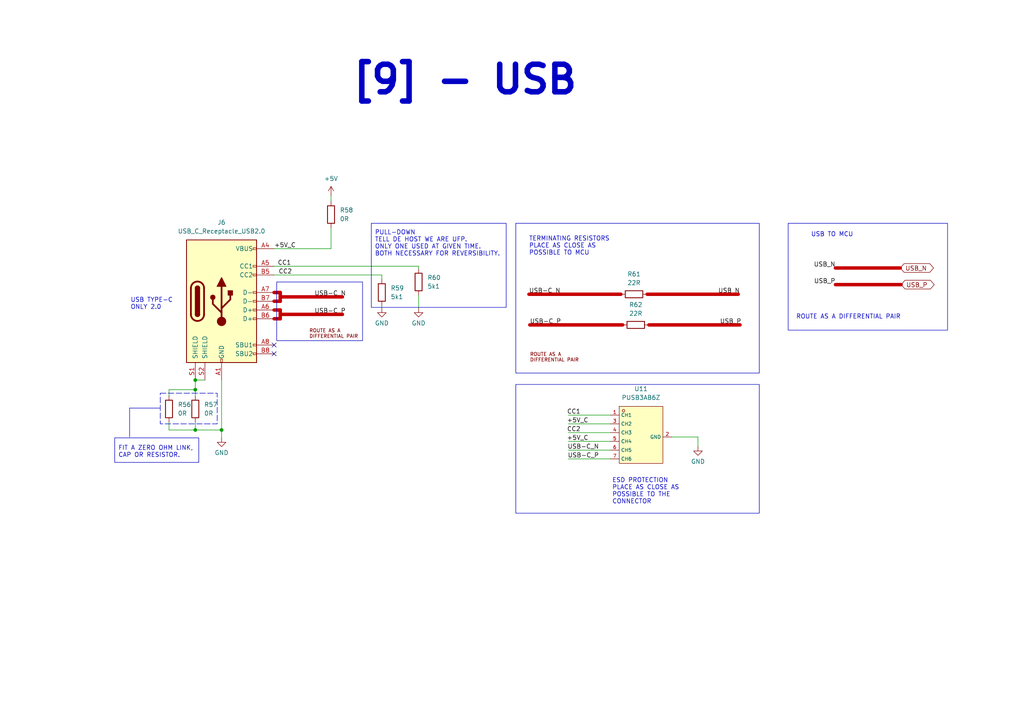
<source format=kicad_sch>
(kicad_sch (version 20230121) (generator eeschema)
  (paper "A4")
  (title_block (title "DF_ESC_rev01_1") (date "2024-01-14") (rev "rev01_1") (company "Ivan Mendez IMA Design") (comment 3 "i.mendezalon@hotmail.com") (comment 4 "Ivan Mendez"))
  (lib_symbols
    (symbol "DF_ESC_Symbol_Library_Casa:PUSB3AB6Z"
      (property "Reference" "U" (at 0 1.27 0))
      (property "Value" "PUSB3AB6Z" (at 0 -2.54 0))
      (symbol "PUSB3AB6Z_0_0"
        (rectangle (start -6.35 -6.35) (end 6.35 -22.86) (fill (type background)))
        (circle (center -5.08 -7.62) (radius 0.381) (fill (type background)))
        (pin unspecified line (at -8.89 -8.89 0) (length 2.54) (name "CH1") (number "1"))
        (pin unspecified line (at 8.89 -15.24 180) (length 2.54) (name "GND") (number "2"))
        (pin unspecified line (at -8.89 -11.43 0) (length 2.54) (name "CH2") (number "3"))
        (pin unspecified line (at -8.89 -13.97 0) (length 2.54) (name "CH3") (number "4"))
        (pin unspecified line (at -8.89 -16.51 0) (length 2.54) (name "CH4") (number "5"))
        (pin unspecified line (at -8.89 -19.05 0) (length 2.54) (name "CH5") (number "6"))
        (pin unspecified line (at -8.89 -21.59 0) (length 2.54) (name "CH6") (number "7"))
      )
    )
    (symbol "DF_ESC_Symbol_Library_Casa:USB_C_Receptacle_USB2.0" (pin_names (offset 1.016))
      (property "Reference" "J" (at -10.16 19.05 0))
      (property "Value" "USB_C_Receptacle_USB2.0" (at 19.05 19.05 0))
      (symbol "USB_C_Receptacle_USB2.0_0_0"
        (rectangle (start -0.254 -17.78) (end 0.254 -16.764))
        (rectangle (start 10.16 -14.986) (end 9.144 -15.494))
        (rectangle (start 10.16 -12.446) (end 9.144 -12.954))
        (rectangle (start 10.16 -4.826) (end 9.144 -5.334))
        (rectangle (start 10.16 -2.286) (end 9.144 -2.794))
        (rectangle (start 10.16 0.254) (end 9.144 -0.254))
        (rectangle (start 10.16 2.794) (end 9.144 2.286))
        (rectangle (start 10.16 7.874) (end 9.144 7.366))
        (rectangle (start 10.16 10.414) (end 9.144 9.906))
        (rectangle (start 10.16 15.494) (end 9.144 14.986))
      )
      (symbol "USB_C_Receptacle_USB2.0_0_1"
        (rectangle (start -10.16 17.78) (end 10.16 -17.78) (stroke (width 0.254)) (fill (type background)))
        (arc (start -8.89 -3.81) (mid -6.985 -5.7067) (end -5.08 -3.81) (stroke (width 0.508)))
        (arc (start -7.62 -3.81) (mid -6.985 -4.4423) (end -6.35 -3.81) (stroke (width 0.254)))
        (arc (start -7.62 -3.81) (mid -6.985 -4.4423) (end -6.35 -3.81) (stroke (width 0.254)) (fill (type outline)))
        (rectangle (start -7.62 -3.81) (end -6.35 3.81) (stroke (width 0.254)) (fill (type outline)))
        (arc (start -6.35 3.81) (mid -6.985 4.4423) (end -7.62 3.81) (stroke (width 0.254)))
        (arc (start -6.35 3.81) (mid -6.985 4.4423) (end -7.62 3.81) (stroke (width 0.254)) (fill (type outline)))
        (arc (start -5.08 3.81) (mid -6.985 5.7067) (end -8.89 3.81) (stroke (width 0.508)))
        (circle (center -2.54 1.143) (radius 0.635) (stroke (width 0.254)) (fill (type outline)))
        (circle (center 0 -5.842) (radius 1.27) (fill (type outline)))
        (polyline (pts (xy -8.89 -3.81) (xy -8.89 3.81)) (stroke (width 0.508)))
        (polyline (pts (xy -5.08 3.81) (xy -5.08 -3.81)) (stroke (width 0.508)))
        (polyline (pts (xy 0 -5.842) (xy 0 4.318)) (stroke (width 0.508)))
        (polyline (pts (xy 0 -3.302) (xy -2.54 -0.762) (xy -2.54 0.508)) (stroke (width 0.508)))
        (polyline (pts (xy 0 -2.032) (xy 2.54 0.508) (xy 2.54 1.778)) (stroke (width 0.508)))
        (polyline (pts (xy -1.27 4.318) (xy 0 6.858) (xy 1.27 4.318) (xy -1.27 4.318)) (stroke (width 0.254)) (fill (type outline)))
        (rectangle (start 1.905 1.778) (end 3.175 3.048) (stroke (width 0.254)) (fill (type outline)))
      )
      (symbol "USB_C_Receptacle_USB2.0_1_1"
        (pin passive line (at 0 -22.86 90) (length 5.08) (name "GND") (number "A1"))
        (pin passive line (at 0 -22.86 90) (length 5.08) hide (name "GND") (number "A12"))
        (pin passive line (at 15.24 15.24 180) (length 5.08) (name "VBUS") (number "A4"))
        (pin bidirectional line (at 15.24 10.16 180) (length 5.08) (name "CC1") (number "A5"))
        (pin bidirectional line (at 15.24 -2.54 180) (length 5.08) (name "D+") (number "A6"))
        (pin bidirectional line (at 15.24 2.54 180) (length 5.08) (name "D-") (number "A7"))
        (pin bidirectional line (at 15.24 -12.7 180) (length 5.08) (name "SBU1") (number "A8"))
        (pin passive line (at 15.24 15.24 180) (length 5.08) hide (name "VBUS") (number "A9"))
        (pin passive line (at 0 -22.86 90) (length 5.08) hide (name "GND") (number "B1"))
        (pin passive line (at 0 -22.86 90) (length 5.08) hide (name "GND") (number "B12"))
        (pin passive line (at 15.24 15.24 180) (length 5.08) hide (name "VBUS") (number "B4"))
        (pin bidirectional line (at 15.24 7.62 180) (length 5.08) (name "CC2") (number "B5"))
        (pin bidirectional line (at 15.24 -5.08 180) (length 5.08) (name "D+") (number "B6"))
        (pin bidirectional line (at 15.24 0 180) (length 5.08) (name "D-") (number "B7"))
        (pin bidirectional line (at 15.24 -15.24 180) (length 5.08) (name "SBU2") (number "B8"))
        (pin passive line (at 15.24 15.24 180) (length 5.08) hide (name "VBUS") (number "B9"))
        (pin passive line (at -7.62 -22.86 90) (length 5.08) (name "SHIELD") (number "S1"))
        (pin passive line (at -4.826 -22.86 90) (length 5.08) (name "SHIELD") (number "S2"))
      )
    )
    (symbol "Device:R" (pin_numbers hide) (pin_names (offset 0))
      (property "Reference" "R" (at 2.032 0 90))
      (property "Value" "R" (at 0 0 90))
      (symbol "R_0_1"
        (rectangle (start -1.016 -2.54) (end 1.016 2.54) (stroke (width 0.254)))
      )
      (symbol "R_1_1"
        (pin passive line (at 0 3.81 270) (length 1.27) (name "~") (number "1"))
        (pin passive line (at 0 -3.81 90) (length 1.27) (name "~") (number "2"))
      )
    )
    (symbol "power:+5V" (power) (pin_names (offset 0))
      (property "Value" "+5V" (at 0 3.556 0))
      (symbol "+5V_0_1"
        (polyline (pts (xy -0.762 1.27) (xy 0 2.54)))
        (polyline (pts (xy 0 0) (xy 0 2.54)))
        (polyline (pts (xy 0 2.54) (xy 0.762 1.27)))
      )
      (symbol "+5V_1_1"
        (pin power_in line (at 0 0 90) (length 0) hide (name "+5V") (number "1"))
      )
    )
    (symbol "power:GND" (power) (pin_names (offset 0))
      (property "Value" "GND" (at 0 -3.81 0))
      (symbol "GND_0_1"
        (polyline (pts (xy 0 0) (xy 0 -1.27) (xy 1.27 -1.27) (xy 0 -2.54) (xy -1.27 -1.27) (xy 0 -1.27)))
      )
      (symbol "GND_1_1"
        (pin power_in line (at 0 0 270) (length 0) hide (name "GND") (number "1"))
      )
    )
  )
  (junction (at 81.28 86.106) (color 194 0 0 1))
  (junction (at 56.642 113.03))
  (junction (at 64.262 124.714))
  (junction (at 81.28 91.186) (color 194 0 0 1))
  (junction (at 56.642 124.714))
  (junction (at 56.642 110.236))
  (no_connect (at 79.502 100.076))
  (no_connect (at 79.502 102.616))
  (wire (pts (xy 202.438 126.746) (xy 202.438 129.54)))
  (wire (pts (xy 81.28 87.376) (xy 79.502 87.376)) (stroke (width 1) (color 194 0 0 1)))
  (wire (pts (xy 79.502 84.836) (xy 81.28 84.836)) (stroke (width 1) (color 194 0 0 1)))
  (wire (pts (xy 49.022 124.714) (xy 56.642 124.714)))
  (wire (pts (xy 79.502 72.136) (xy 96.012 72.136)))
  (wire (pts (xy 56.642 114.808) (xy 56.642 113.03)))
  (wire (pts (xy 81.28 92.456) (xy 79.502 92.456)) (stroke (width 1) (color 194 0 0 1)))
  (wire (pts (xy 49.022 122.428) (xy 49.022 124.714)))
  (polyline (pts (xy 37.592 118.364) (xy 46.482 118.364)))
  (wire (pts (xy 81.28 91.186) (xy 81.28 92.456)) (stroke (width 1) (color 194 0 0 1)))
  (wire (pts (xy 187.706 85.344) (xy 214.122 85.344)) (stroke (width 1) (color 194 0 0 1)))
  (wire (pts (xy 242.316 82.55) (xy 261.366 82.55)) (stroke (width 1) (color 194 0 0 1)))
  (wire (pts (xy 164.846 120.396) (xy 177.038 120.396)))
  (wire (pts (xy 188.214 94.234) (xy 214.63 94.234)) (stroke (width 1) (color 194 0 0 1)))
  (wire (pts (xy 121.412 77.216) (xy 121.412 77.978)))
  (polyline (pts (xy 37.592 126.746) (xy 37.592 118.364)))
  (wire (pts (xy 164.846 128.016) (xy 177.038 128.016)))
  (wire (pts (xy 96.012 66.04) (xy 96.012 72.136)))
  (wire (pts (xy 110.744 79.756) (xy 110.744 81.026)))
  (wire (pts (xy 164.846 130.556) (xy 177.038 130.556)))
  (wire (pts (xy 164.846 122.936) (xy 177.038 122.936)))
  (wire (pts (xy 121.412 85.598) (xy 121.412 89.408)))
  (wire (pts (xy 81.28 84.836) (xy 81.28 86.106)) (stroke (width 1) (color 194 0 0 1)))
  (wire (pts (xy 64.262 110.236) (xy 64.262 124.714)))
  (wire (pts (xy 81.28 86.106) (xy 81.28 87.376)) (stroke (width 1) (color 194 0 0 1)))
  (wire (pts (xy 49.022 113.03) (xy 56.642 113.03)))
  (wire (pts (xy 56.642 113.03) (xy 56.642 110.236)))
  (wire (pts (xy 110.744 88.646) (xy 110.744 89.408)))
  (wire (pts (xy 56.642 110.236) (xy 59.436 110.236)))
  (wire (pts (xy 79.502 89.916) (xy 81.28 89.916)) (stroke (width 1) (color 194 0 0 1)))
  (wire (pts (xy 64.262 124.714) (xy 64.262 127)))
  (wire (pts (xy 81.28 86.106) (xy 99.314 86.106)) (stroke (width 1) (color 194 0 0 1)))
  (wire (pts (xy 194.818 126.746) (xy 202.438 126.746)))
  (wire (pts (xy 49.022 114.808) (xy 49.022 113.03)))
  (wire (pts (xy 153.67 94.234) (xy 180.594 94.234)) (stroke (width 1) (color 194 0 0 1)))
  (wire (pts (xy 79.502 79.756) (xy 110.744 79.756)))
  (wire (pts (xy 153.416 85.344) (xy 180.086 85.344)) (stroke (width 1) (color 194 0 0 1)))
  (wire (pts (xy 64.262 124.714) (xy 56.642 124.714)))
  (wire (pts (xy 56.642 124.714) (xy 56.642 122.428)))
  (wire (pts (xy 242.316 77.724) (xy 261.112 77.724)) (stroke (width 1) (color 194 0 0 1)))
  (wire (pts (xy 81.28 91.186) (xy 99.314 91.186)) (stroke (width 1) (color 194 0 0 1)))
  (wire (pts (xy 81.28 89.916) (xy 81.28 91.186)) (stroke (width 1) (color 194 0 0 1)))
  (wire (pts (xy 164.846 125.476) (xy 177.038 125.476)))
  (wire (pts (xy 96.012 56.642) (xy 96.012 58.42)))
  (wire (pts (xy 164.846 133.096) (xy 177.038 133.096)))
  (wire (pts (xy 79.502 77.216) (xy 121.412 77.216)))
  (rectangle (start 60.706 122.936) (end 60.706 122.936))
  (rectangle (start 149.606 64.77) (end 220.218 108.204))
  (rectangle (start 107.696 64.77) (end 146.812 89.154))
  (rectangle (start 80.264 81.788) (end 105.156 98.806))
  (rectangle (start 228.6 64.77) (end 274.828 95.758))
  (rectangle (start 149.606 111.506) (end 220.218 148.844))
  (rectangle (start 46.482 114.046) (end 62.992 122.936) (stroke (width 0) (type dash)))
  (rectangle (start 59.182 122.936) (end 59.182 122.936))
  (rectangle (start 33.274 127) (end 57.658 134.112))
  (text "FIT A ZERO OHM LINK, \nCAP OR RESISTOR." (at 34.29 132.842 0) (effects (font (size 1.27 1.27)) (justify left bottom)))
  (text "USB TYPE-C\nONLY 2.0" (at 37.846 89.916 0) (effects (font (size 1.27 1.27)) (justify left bottom)))
  (text "ROUTE AS A DIFFERENTIAL PAIR" (at 230.886 92.71 0) (effects (font (size 1.27 1.27)) (justify left bottom)))
  (text "ROUTE AS A\nDIFFERENTIAL PAIR" (at 153.67 105.156 0) (effects (font (size 1 1)) (justify left bottom)))
  (text "ROUTE AS A\nDIFFERENTIAL PAIR" (at 89.662 98.298 0) (effects (font (size 1 1)) (justify left bottom)))
  (text "ESD PROTECTION\nPLACE AS CLOSE AS \nPOSSIBLE TO THE \nCONNECTOR\n" (at 177.546 146.304 0) (effects (font (size 1.27 1.27)) (justify left bottom)))
  (text "PULL-DOWN\nTELL DE HOST WE ARE UFP.\nONLY ONE USED AT GIVEN TIME.\nBOTH NECESSARY FOR REVERSIBILITY." (at 108.712 74.422 0) (effects (font (size 1.27 1.27)) (justify left bottom)))
  (text "USB TO MCU" (at 235.204 68.834 0) (effects (font (size 1.27 1.27)) (justify left bottom)))
  (text "TERMINATING RESISTORS\nPLACE AS CLOSE AS \nPOSSIBLE TO MCU" (at 153.416 74.168 0) (effects (font (size 1.27 1.27)) (justify left bottom)))
  (text "[9] - USB" (at 101.6 27.94 0) (effects (font (size 8 8) bold) (justify left bottom)))
  (label "+5V_C" (at 79.502 72.136 0))
  (label "USB_P" (at 242.316 82.55 180))
  (label "USB-C_P" (at 173.736 133.096 180))
  (label "CC2" (at 168.402 125.476 180))
  (label "USB-C_P" (at 153.67 94.234 0))
  (label "USB-C_N" (at 153.416 85.344 0))
  (label "USB_N" (at 242.316 77.724 180))
  (label "CC1" (at 168.402 120.396 180))
  (label "USB-C_N" (at 91.186 86.106 0))
  (label "+5V_C" (at 170.688 122.936 180))
  (label "CC2" (at 80.772 79.756 0))
  (label "USB_P" (at 208.788 94.234 0))
  (label "USB-C_N" (at 173.736 130.556 180))
  (label "CC1" (at 80.518 77.216 0))
  (label "USB-C_P" (at 91.186 91.186 0))
  (label "+5V_C" (at 170.688 128.016 180))
  (label "USB_N" (at 208.28 85.344 0))
  (global_label "USB_P" (shape bidirectional) (at 261.366 82.55 0) (property "Intersheetrefs" "${INTERSHEET_REFS}" (effects hide)))
  (global_label "USB_N" (shape bidirectional) (at 261.112 77.724 0) (property "Intersheetrefs" "${INTERSHEET_REFS}" (effects hide)))
  (symbol (lib_id "power:GND") (at 110.744 89.408 0) (unit 1)
    (property "Reference" "#PWR098" (effects hide))
    (property "Value" "GND" (at 110.744 93.726 0))
  )
  (symbol (lib_id "Device:R") (at 121.412 81.788 0) (unit 1)
    (property "Reference" "R60" (at 123.952 80.518 0) (effects (justify left)))
    (property "Value" "5k1" (at 123.952 83.058 0) (effects (justify left)))
    (property "Footprint" "Resistor_SMD:R_0603_1608Metric_Pad0.98x0.95mm_HandSolder" (effects hide))
  )
  (symbol (lib_id "DF_ESC_Symbol_Library_Casa:USB_C_Receptacle_USB2.0") (at 64.262 87.376 0) (unit 1)
    (property "Reference" "J6" (at 64.262 64.516 0))
    (property "Value" "USB_C_Receptacle_USB2.0" (at 64.262 67.056 0))
    (property "Footprint" "DF_ESC_Footprint_Library_Casa:USB-C_SMD-TYPE-C-31-M-12" (effects hide))
    (property "Datasheet" "https://www.usb.org/sites/default/files/documents/usb_type-c.zip" (effects hide))
  )
  (symbol (lib_id "DF_ESC_Symbol_Library_Casa:PUSB3AB6Z") (at 185.928 111.506 0) (unit 1)
    (property "Reference" "U11" (at 185.928 112.776 0))
    (property "Value" "PUSB3AB6Z" (at 185.928 115.316 0))
    (property "Footprint" "DF_ESC_Footprint_Library_Casa:XSON-7_L2.2-W1.2-P0.50-BL" (effects hide))
    (property "Datasheet" "https://item.szlcsc.com/574563.html" (effects hide))
    (property "LCSC" "C553550" (effects hide))
  )
  (symbol (lib_id "Device:R") (at 49.022 118.618 0) (unit 1)
    (property "Reference" "R56" (at 51.562 117.348 0) (effects (justify left)))
    (property "Value" "0R" (at 51.562 119.888 0) (effects (justify left)))
    (property "Footprint" "Resistor_SMD:R_0603_1608Metric_Pad0.98x0.95mm_HandSolder" (effects hide))
  )
  (symbol (lib_id "Device:R") (at 183.896 85.344 90) (unit 1)
    (property "Reference" "R61" (at 183.896 79.502 90))
    (property "Value" "22R" (at 183.896 82.042 90))
    (property "Footprint" "Resistor_SMD:R_0603_1608Metric_Pad0.98x0.95mm_HandSolder" (effects hide))
  )
  (symbol (lib_id "power:GND") (at 64.262 127 0) (unit 1)
    (property "Reference" "#PWR096" (effects hide))
    (property "Value" "GND" (at 64.262 131.318 0))
  )
  (symbol (lib_id "power:GND") (at 121.412 89.408 0) (unit 1)
    (property "Reference" "#PWR099" (effects hide))
    (property "Value" "GND" (at 121.412 93.726 0))
  )
  (symbol (lib_id "Device:R") (at 96.012 62.23 0) (unit 1)
    (property "Reference" "R58" (at 98.552 60.96 0) (effects (justify left)))
    (property "Value" "0R" (at 98.552 63.5 0) (effects (justify left)))
    (property "Footprint" "Resistor_SMD:R_0603_1608Metric_Pad0.98x0.95mm_HandSolder" (effects hide))
  )
  (symbol (lib_id "power:+5V") (at 96.012 56.642 0) (unit 1)
    (property "Reference" "#PWR097" (effects hide))
    (property "Value" "+5V" (at 96.012 51.816 0))
  )
  (symbol (lib_id "Device:R") (at 56.642 118.618 0) (unit 1)
    (property "Reference" "R57" (at 59.182 117.348 0) (effects (justify left)))
    (property "Value" "0R" (at 59.182 119.888 0) (effects (justify left)))
    (property "Footprint" "Resistor_SMD:R_0603_1608Metric_Pad0.98x0.95mm_HandSolder" (effects hide))
  )
  (symbol (lib_id "Device:R") (at 184.404 94.234 90) (unit 1)
    (property "Reference" "R62" (at 184.404 88.392 90))
    (property "Value" "22R" (at 184.404 90.932 90))
    (property "Footprint" "Resistor_SMD:R_0603_1608Metric_Pad0.98x0.95mm_HandSolder" (effects hide))
  )
  (symbol (lib_id "Device:R") (at 110.744 84.836 0) (unit 1)
    (property "Reference" "R59" (at 113.284 83.566 0) (effects (justify left)))
    (property "Value" "5k1" (at 113.284 86.106 0) (effects (justify left)))
    (property "Footprint" "Resistor_SMD:R_0603_1608Metric_Pad0.98x0.95mm_HandSolder" (effects hide))
  )
  (symbol (lib_id "power:GND") (at 202.438 129.54 0) (unit 1)
    (property "Reference" "#PWR0100" (effects hide))
    (property "Value" "GND" (at 202.438 133.858 0))
  )
)
</source>
